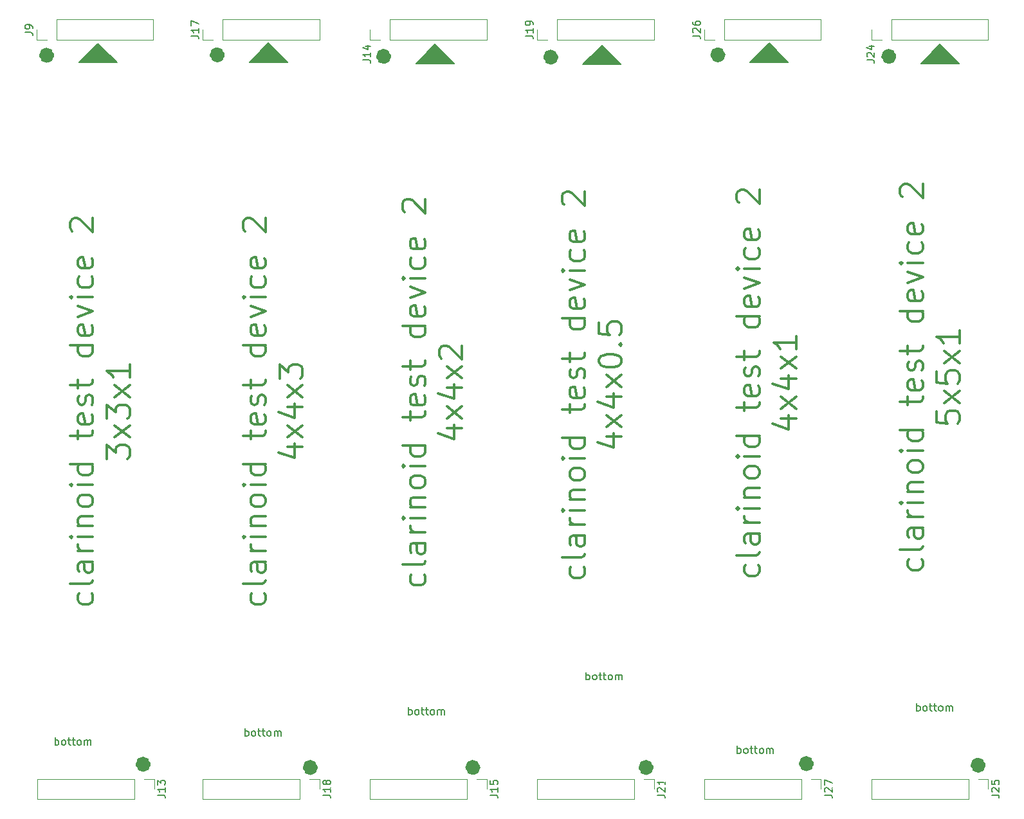
<source format=gbr>
%TF.GenerationSoftware,KiCad,Pcbnew,(6.0.5)*%
%TF.CreationDate,2022-08-12T20:52:04+02:00*%
%TF.ProjectId,clarinoid-devboard,636c6172-696e-46f6-9964-2d646576626f,rev?*%
%TF.SameCoordinates,Original*%
%TF.FileFunction,Legend,Top*%
%TF.FilePolarity,Positive*%
%FSLAX46Y46*%
G04 Gerber Fmt 4.6, Leading zero omitted, Abs format (unit mm)*
G04 Created by KiCad (PCBNEW (6.0.5)) date 2022-08-12 20:52:04*
%MOMM*%
%LPD*%
G01*
G04 APERTURE LIST*
%ADD10C,0.976388*%
%ADD11C,0.150000*%
%ADD12C,0.300000*%
%ADD13C,0.120000*%
%ADD14R,1.700000X1.700000*%
%ADD15O,1.700000X1.700000*%
%ADD16C,0.500000*%
%ADD17C,0.800000*%
G04 APERTURE END LIST*
D10*
X171725110Y-143272534D02*
G75*
G03*
X171725110Y-143272534I-488194J0D01*
G01*
D11*
G36*
X102938304Y-50872534D02*
G01*
X97938304Y-50872534D01*
X100438304Y-48372534D01*
X102938304Y-50872534D01*
G37*
X102938304Y-50872534D02*
X97938304Y-50872534D01*
X100438304Y-48372534D01*
X102938304Y-50872534D01*
G36*
X168838304Y-50872534D02*
G01*
X163838304Y-50872534D01*
X166338304Y-48372534D01*
X168838304Y-50872534D01*
G37*
X168838304Y-50872534D02*
X163838304Y-50872534D01*
X166338304Y-48372534D01*
X168838304Y-50872534D01*
D10*
X116078498Y-50121922D02*
G75*
G03*
X116078498Y-50121922I-488194J0D01*
G01*
X71726498Y-49973922D02*
G75*
G03*
X71726498Y-49973922I-488194J0D01*
G01*
X150625110Y-143772534D02*
G75*
G03*
X150625110Y-143772534I-488194J0D01*
G01*
D11*
G36*
X80486304Y-50924534D02*
G01*
X75486304Y-50924534D01*
X77986304Y-48424534D01*
X80486304Y-50924534D01*
G37*
X80486304Y-50924534D02*
X75486304Y-50924534D01*
X77986304Y-48424534D01*
X80486304Y-50924534D01*
G36*
X191338304Y-51072534D02*
G01*
X186338304Y-51072534D01*
X188838304Y-48572534D01*
X191338304Y-51072534D01*
G37*
X191338304Y-51072534D02*
X186338304Y-51072534D01*
X188838304Y-48572534D01*
X191338304Y-51072534D01*
D10*
X127825110Y-143772534D02*
G75*
G03*
X127825110Y-143772534I-488194J0D01*
G01*
D11*
G36*
X124838304Y-51072534D02*
G01*
X119838304Y-51072534D01*
X122338304Y-48572534D01*
X124838304Y-51072534D01*
G37*
X124838304Y-51072534D02*
X119838304Y-51072534D01*
X122338304Y-48572534D01*
X124838304Y-51072534D01*
G36*
X146838304Y-51172534D02*
G01*
X141838304Y-51172534D01*
X144338304Y-48672534D01*
X146838304Y-51172534D01*
G37*
X146838304Y-51172534D02*
X141838304Y-51172534D01*
X144338304Y-48672534D01*
X146838304Y-51172534D01*
D10*
X138078498Y-50221922D02*
G75*
G03*
X138078498Y-50221922I-488194J0D01*
G01*
X182578498Y-50121922D02*
G75*
G03*
X182578498Y-50121922I-488194J0D01*
G01*
X84425110Y-143350034D02*
G75*
G03*
X84425110Y-143350034I-488194J0D01*
G01*
X106425110Y-143772534D02*
G75*
G03*
X106425110Y-143772534I-488194J0D01*
G01*
X160078498Y-49921922D02*
G75*
G03*
X160078498Y-49921922I-488194J0D01*
G01*
X194325110Y-143472534D02*
G75*
G03*
X194325110Y-143472534I-488194J0D01*
G01*
X94178498Y-49921922D02*
G75*
G03*
X94178498Y-49921922I-488194J0D01*
G01*
D12*
X141938589Y-117350034D02*
X142081446Y-117635748D01*
X142081446Y-118207176D01*
X141938589Y-118492891D01*
X141795732Y-118635748D01*
X141510018Y-118778605D01*
X140652875Y-118778605D01*
X140367161Y-118635748D01*
X140224304Y-118492891D01*
X140081446Y-118207176D01*
X140081446Y-117635748D01*
X140224304Y-117350034D01*
X142081446Y-115635748D02*
X141938589Y-115921462D01*
X141652875Y-116064319D01*
X139081446Y-116064319D01*
X142081446Y-113207176D02*
X140510018Y-113207176D01*
X140224304Y-113350034D01*
X140081446Y-113635748D01*
X140081446Y-114207176D01*
X140224304Y-114492891D01*
X141938589Y-113207176D02*
X142081446Y-113492891D01*
X142081446Y-114207176D01*
X141938589Y-114492891D01*
X141652875Y-114635748D01*
X141367161Y-114635748D01*
X141081446Y-114492891D01*
X140938589Y-114207176D01*
X140938589Y-113492891D01*
X140795732Y-113207176D01*
X142081446Y-111778605D02*
X140081446Y-111778605D01*
X140652875Y-111778605D02*
X140367161Y-111635748D01*
X140224304Y-111492891D01*
X140081446Y-111207176D01*
X140081446Y-110921462D01*
X142081446Y-109921462D02*
X140081446Y-109921462D01*
X139081446Y-109921462D02*
X139224304Y-110064319D01*
X139367161Y-109921462D01*
X139224304Y-109778605D01*
X139081446Y-109921462D01*
X139367161Y-109921462D01*
X140081446Y-108492891D02*
X142081446Y-108492891D01*
X140367161Y-108492891D02*
X140224304Y-108350034D01*
X140081446Y-108064319D01*
X140081446Y-107635748D01*
X140224304Y-107350034D01*
X140510018Y-107207176D01*
X142081446Y-107207176D01*
X142081446Y-105350034D02*
X141938589Y-105635748D01*
X141795732Y-105778605D01*
X141510018Y-105921462D01*
X140652875Y-105921462D01*
X140367161Y-105778605D01*
X140224304Y-105635748D01*
X140081446Y-105350034D01*
X140081446Y-104921462D01*
X140224304Y-104635748D01*
X140367161Y-104492891D01*
X140652875Y-104350034D01*
X141510018Y-104350034D01*
X141795732Y-104492891D01*
X141938589Y-104635748D01*
X142081446Y-104921462D01*
X142081446Y-105350034D01*
X142081446Y-103064319D02*
X140081446Y-103064319D01*
X139081446Y-103064319D02*
X139224304Y-103207176D01*
X139367161Y-103064319D01*
X139224304Y-102921462D01*
X139081446Y-103064319D01*
X139367161Y-103064319D01*
X142081446Y-100350034D02*
X139081446Y-100350034D01*
X141938589Y-100350034D02*
X142081446Y-100635748D01*
X142081446Y-101207176D01*
X141938589Y-101492891D01*
X141795732Y-101635748D01*
X141510018Y-101778605D01*
X140652875Y-101778605D01*
X140367161Y-101635748D01*
X140224304Y-101492891D01*
X140081446Y-101207176D01*
X140081446Y-100635748D01*
X140224304Y-100350034D01*
X140081446Y-97064319D02*
X140081446Y-95921462D01*
X139081446Y-96635748D02*
X141652875Y-96635748D01*
X141938589Y-96492891D01*
X142081446Y-96207176D01*
X142081446Y-95921462D01*
X141938589Y-93778605D02*
X142081446Y-94064319D01*
X142081446Y-94635748D01*
X141938589Y-94921462D01*
X141652875Y-95064319D01*
X140510018Y-95064319D01*
X140224304Y-94921462D01*
X140081446Y-94635748D01*
X140081446Y-94064319D01*
X140224304Y-93778605D01*
X140510018Y-93635748D01*
X140795732Y-93635748D01*
X141081446Y-95064319D01*
X141938589Y-92492891D02*
X142081446Y-92207176D01*
X142081446Y-91635748D01*
X141938589Y-91350034D01*
X141652875Y-91207176D01*
X141510018Y-91207176D01*
X141224304Y-91350034D01*
X141081446Y-91635748D01*
X141081446Y-92064319D01*
X140938589Y-92350034D01*
X140652875Y-92492891D01*
X140510018Y-92492891D01*
X140224304Y-92350034D01*
X140081446Y-92064319D01*
X140081446Y-91635748D01*
X140224304Y-91350034D01*
X140081446Y-90350034D02*
X140081446Y-89207176D01*
X139081446Y-89921462D02*
X141652875Y-89921462D01*
X141938589Y-89778605D01*
X142081446Y-89492891D01*
X142081446Y-89207176D01*
X142081446Y-84635748D02*
X139081446Y-84635748D01*
X141938589Y-84635748D02*
X142081446Y-84921462D01*
X142081446Y-85492891D01*
X141938589Y-85778605D01*
X141795732Y-85921462D01*
X141510018Y-86064319D01*
X140652875Y-86064319D01*
X140367161Y-85921462D01*
X140224304Y-85778605D01*
X140081446Y-85492891D01*
X140081446Y-84921462D01*
X140224304Y-84635748D01*
X141938589Y-82064319D02*
X142081446Y-82350034D01*
X142081446Y-82921462D01*
X141938589Y-83207176D01*
X141652875Y-83350034D01*
X140510018Y-83350034D01*
X140224304Y-83207176D01*
X140081446Y-82921462D01*
X140081446Y-82350034D01*
X140224304Y-82064319D01*
X140510018Y-81921462D01*
X140795732Y-81921462D01*
X141081446Y-83350034D01*
X140081446Y-80921462D02*
X142081446Y-80207176D01*
X140081446Y-79492891D01*
X142081446Y-78350034D02*
X140081446Y-78350034D01*
X139081446Y-78350034D02*
X139224304Y-78492891D01*
X139367161Y-78350034D01*
X139224304Y-78207176D01*
X139081446Y-78350034D01*
X139367161Y-78350034D01*
X141938589Y-75635748D02*
X142081446Y-75921462D01*
X142081446Y-76492891D01*
X141938589Y-76778605D01*
X141795732Y-76921462D01*
X141510018Y-77064319D01*
X140652875Y-77064319D01*
X140367161Y-76921462D01*
X140224304Y-76778605D01*
X140081446Y-76492891D01*
X140081446Y-75921462D01*
X140224304Y-75635748D01*
X141938589Y-73207176D02*
X142081446Y-73492891D01*
X142081446Y-74064319D01*
X141938589Y-74350034D01*
X141652875Y-74492891D01*
X140510018Y-74492891D01*
X140224304Y-74350034D01*
X140081446Y-74064319D01*
X140081446Y-73492891D01*
X140224304Y-73207176D01*
X140510018Y-73064319D01*
X140795732Y-73064319D01*
X141081446Y-74492891D01*
X139367161Y-69635748D02*
X139224304Y-69492891D01*
X139081446Y-69207176D01*
X139081446Y-68492891D01*
X139224304Y-68207176D01*
X139367161Y-68064319D01*
X139652875Y-67921462D01*
X139938589Y-67921462D01*
X140367161Y-68064319D01*
X142081446Y-69778605D01*
X142081446Y-67921462D01*
X144911446Y-100207176D02*
X146911446Y-100207176D01*
X143768589Y-100921462D02*
X145911446Y-101635748D01*
X145911446Y-99778605D01*
X146911446Y-98921462D02*
X144911446Y-97350034D01*
X144911446Y-98921462D02*
X146911446Y-97350034D01*
X144911446Y-94921462D02*
X146911446Y-94921462D01*
X143768589Y-95635748D02*
X145911446Y-96350034D01*
X145911446Y-94492891D01*
X146911446Y-93635748D02*
X144911446Y-92064319D01*
X144911446Y-93635748D02*
X146911446Y-92064319D01*
X143911446Y-90350034D02*
X143911446Y-90064319D01*
X144054304Y-89778605D01*
X144197161Y-89635748D01*
X144482875Y-89492891D01*
X145054304Y-89350034D01*
X145768589Y-89350034D01*
X146340018Y-89492891D01*
X146625732Y-89635748D01*
X146768589Y-89778605D01*
X146911446Y-90064319D01*
X146911446Y-90350034D01*
X146768589Y-90635748D01*
X146625732Y-90778605D01*
X146340018Y-90921462D01*
X145768589Y-91064319D01*
X145054304Y-91064319D01*
X144482875Y-90921462D01*
X144197161Y-90778605D01*
X144054304Y-90635748D01*
X143911446Y-90350034D01*
X146625732Y-88064319D02*
X146768589Y-87921462D01*
X146911446Y-88064319D01*
X146768589Y-88207176D01*
X146625732Y-88064319D01*
X146911446Y-88064319D01*
X143911446Y-85207176D02*
X143911446Y-86635748D01*
X145340018Y-86778605D01*
X145197161Y-86635748D01*
X145054304Y-86350034D01*
X145054304Y-85635748D01*
X145197161Y-85350034D01*
X145340018Y-85207176D01*
X145625732Y-85064319D01*
X146340018Y-85064319D01*
X146625732Y-85207176D01*
X146768589Y-85350034D01*
X146911446Y-85635748D01*
X146911446Y-86350034D01*
X146768589Y-86635748D01*
X146625732Y-86778605D01*
X186438589Y-116350034D02*
X186581446Y-116635748D01*
X186581446Y-117207176D01*
X186438589Y-117492891D01*
X186295732Y-117635748D01*
X186010018Y-117778605D01*
X185152875Y-117778605D01*
X184867161Y-117635748D01*
X184724304Y-117492891D01*
X184581446Y-117207176D01*
X184581446Y-116635748D01*
X184724304Y-116350034D01*
X186581446Y-114635748D02*
X186438589Y-114921462D01*
X186152875Y-115064319D01*
X183581446Y-115064319D01*
X186581446Y-112207176D02*
X185010018Y-112207176D01*
X184724304Y-112350034D01*
X184581446Y-112635748D01*
X184581446Y-113207176D01*
X184724304Y-113492891D01*
X186438589Y-112207176D02*
X186581446Y-112492891D01*
X186581446Y-113207176D01*
X186438589Y-113492891D01*
X186152875Y-113635748D01*
X185867161Y-113635748D01*
X185581446Y-113492891D01*
X185438589Y-113207176D01*
X185438589Y-112492891D01*
X185295732Y-112207176D01*
X186581446Y-110778605D02*
X184581446Y-110778605D01*
X185152875Y-110778605D02*
X184867161Y-110635748D01*
X184724304Y-110492891D01*
X184581446Y-110207176D01*
X184581446Y-109921462D01*
X186581446Y-108921462D02*
X184581446Y-108921462D01*
X183581446Y-108921462D02*
X183724304Y-109064319D01*
X183867161Y-108921462D01*
X183724304Y-108778605D01*
X183581446Y-108921462D01*
X183867161Y-108921462D01*
X184581446Y-107492891D02*
X186581446Y-107492891D01*
X184867161Y-107492891D02*
X184724304Y-107350034D01*
X184581446Y-107064319D01*
X184581446Y-106635748D01*
X184724304Y-106350034D01*
X185010018Y-106207176D01*
X186581446Y-106207176D01*
X186581446Y-104350034D02*
X186438589Y-104635748D01*
X186295732Y-104778605D01*
X186010018Y-104921462D01*
X185152875Y-104921462D01*
X184867161Y-104778605D01*
X184724304Y-104635748D01*
X184581446Y-104350034D01*
X184581446Y-103921462D01*
X184724304Y-103635748D01*
X184867161Y-103492891D01*
X185152875Y-103350034D01*
X186010018Y-103350034D01*
X186295732Y-103492891D01*
X186438589Y-103635748D01*
X186581446Y-103921462D01*
X186581446Y-104350034D01*
X186581446Y-102064319D02*
X184581446Y-102064319D01*
X183581446Y-102064319D02*
X183724304Y-102207176D01*
X183867161Y-102064319D01*
X183724304Y-101921462D01*
X183581446Y-102064319D01*
X183867161Y-102064319D01*
X186581446Y-99350034D02*
X183581446Y-99350034D01*
X186438589Y-99350034D02*
X186581446Y-99635748D01*
X186581446Y-100207176D01*
X186438589Y-100492891D01*
X186295732Y-100635748D01*
X186010018Y-100778605D01*
X185152875Y-100778605D01*
X184867161Y-100635748D01*
X184724304Y-100492891D01*
X184581446Y-100207176D01*
X184581446Y-99635748D01*
X184724304Y-99350034D01*
X184581446Y-96064319D02*
X184581446Y-94921462D01*
X183581446Y-95635748D02*
X186152875Y-95635748D01*
X186438589Y-95492891D01*
X186581446Y-95207176D01*
X186581446Y-94921462D01*
X186438589Y-92778605D02*
X186581446Y-93064319D01*
X186581446Y-93635748D01*
X186438589Y-93921462D01*
X186152875Y-94064319D01*
X185010018Y-94064319D01*
X184724304Y-93921462D01*
X184581446Y-93635748D01*
X184581446Y-93064319D01*
X184724304Y-92778605D01*
X185010018Y-92635748D01*
X185295732Y-92635748D01*
X185581446Y-94064319D01*
X186438589Y-91492891D02*
X186581446Y-91207176D01*
X186581446Y-90635748D01*
X186438589Y-90350034D01*
X186152875Y-90207176D01*
X186010018Y-90207176D01*
X185724304Y-90350034D01*
X185581446Y-90635748D01*
X185581446Y-91064319D01*
X185438589Y-91350034D01*
X185152875Y-91492891D01*
X185010018Y-91492891D01*
X184724304Y-91350034D01*
X184581446Y-91064319D01*
X184581446Y-90635748D01*
X184724304Y-90350034D01*
X184581446Y-89350034D02*
X184581446Y-88207176D01*
X183581446Y-88921462D02*
X186152875Y-88921462D01*
X186438589Y-88778605D01*
X186581446Y-88492891D01*
X186581446Y-88207176D01*
X186581446Y-83635748D02*
X183581446Y-83635748D01*
X186438589Y-83635748D02*
X186581446Y-83921462D01*
X186581446Y-84492891D01*
X186438589Y-84778605D01*
X186295732Y-84921462D01*
X186010018Y-85064319D01*
X185152875Y-85064319D01*
X184867161Y-84921462D01*
X184724304Y-84778605D01*
X184581446Y-84492891D01*
X184581446Y-83921462D01*
X184724304Y-83635748D01*
X186438589Y-81064319D02*
X186581446Y-81350034D01*
X186581446Y-81921462D01*
X186438589Y-82207176D01*
X186152875Y-82350034D01*
X185010018Y-82350034D01*
X184724304Y-82207176D01*
X184581446Y-81921462D01*
X184581446Y-81350034D01*
X184724304Y-81064319D01*
X185010018Y-80921462D01*
X185295732Y-80921462D01*
X185581446Y-82350034D01*
X184581446Y-79921462D02*
X186581446Y-79207176D01*
X184581446Y-78492891D01*
X186581446Y-77350034D02*
X184581446Y-77350034D01*
X183581446Y-77350034D02*
X183724304Y-77492891D01*
X183867161Y-77350034D01*
X183724304Y-77207176D01*
X183581446Y-77350034D01*
X183867161Y-77350034D01*
X186438589Y-74635748D02*
X186581446Y-74921462D01*
X186581446Y-75492891D01*
X186438589Y-75778605D01*
X186295732Y-75921462D01*
X186010018Y-76064319D01*
X185152875Y-76064319D01*
X184867161Y-75921462D01*
X184724304Y-75778605D01*
X184581446Y-75492891D01*
X184581446Y-74921462D01*
X184724304Y-74635748D01*
X186438589Y-72207176D02*
X186581446Y-72492891D01*
X186581446Y-73064319D01*
X186438589Y-73350034D01*
X186152875Y-73492891D01*
X185010018Y-73492891D01*
X184724304Y-73350034D01*
X184581446Y-73064319D01*
X184581446Y-72492891D01*
X184724304Y-72207176D01*
X185010018Y-72064319D01*
X185295732Y-72064319D01*
X185581446Y-73492891D01*
X183867161Y-68635748D02*
X183724304Y-68492891D01*
X183581446Y-68207176D01*
X183581446Y-67492891D01*
X183724304Y-67207176D01*
X183867161Y-67064319D01*
X184152875Y-66921462D01*
X184438589Y-66921462D01*
X184867161Y-67064319D01*
X186581446Y-68778605D01*
X186581446Y-66921462D01*
X188411446Y-96921462D02*
X188411446Y-98350034D01*
X189840018Y-98492891D01*
X189697161Y-98350034D01*
X189554304Y-98064319D01*
X189554304Y-97350034D01*
X189697161Y-97064319D01*
X189840018Y-96921462D01*
X190125732Y-96778605D01*
X190840018Y-96778605D01*
X191125732Y-96921462D01*
X191268589Y-97064319D01*
X191411446Y-97350034D01*
X191411446Y-98064319D01*
X191268589Y-98350034D01*
X191125732Y-98492891D01*
X191411446Y-95778605D02*
X189411446Y-94207176D01*
X189411446Y-95778605D02*
X191411446Y-94207176D01*
X188411446Y-91635748D02*
X188411446Y-93064319D01*
X189840018Y-93207176D01*
X189697161Y-93064319D01*
X189554304Y-92778605D01*
X189554304Y-92064319D01*
X189697161Y-91778605D01*
X189840018Y-91635748D01*
X190125732Y-91492891D01*
X190840018Y-91492891D01*
X191125732Y-91635748D01*
X191268589Y-91778605D01*
X191411446Y-92064319D01*
X191411446Y-92778605D01*
X191268589Y-93064319D01*
X191125732Y-93207176D01*
X191411446Y-90492891D02*
X189411446Y-88921462D01*
X189411446Y-90492891D02*
X191411446Y-88921462D01*
X191411446Y-86207176D02*
X191411446Y-87921462D01*
X191411446Y-87064319D02*
X188411446Y-87064319D01*
X188840018Y-87350034D01*
X189125732Y-87635748D01*
X189268589Y-87921462D01*
D11*
X72352161Y-140826414D02*
X72352161Y-139826414D01*
X72352161Y-140207367D02*
X72447399Y-140159748D01*
X72637875Y-140159748D01*
X72733113Y-140207367D01*
X72780732Y-140254986D01*
X72828351Y-140350224D01*
X72828351Y-140635938D01*
X72780732Y-140731176D01*
X72733113Y-140778795D01*
X72637875Y-140826414D01*
X72447399Y-140826414D01*
X72352161Y-140778795D01*
X73399780Y-140826414D02*
X73304542Y-140778795D01*
X73256923Y-140731176D01*
X73209304Y-140635938D01*
X73209304Y-140350224D01*
X73256923Y-140254986D01*
X73304542Y-140207367D01*
X73399780Y-140159748D01*
X73542637Y-140159748D01*
X73637875Y-140207367D01*
X73685494Y-140254986D01*
X73733113Y-140350224D01*
X73733113Y-140635938D01*
X73685494Y-140731176D01*
X73637875Y-140778795D01*
X73542637Y-140826414D01*
X73399780Y-140826414D01*
X74018827Y-140159748D02*
X74399780Y-140159748D01*
X74161684Y-139826414D02*
X74161684Y-140683557D01*
X74209304Y-140778795D01*
X74304542Y-140826414D01*
X74399780Y-140826414D01*
X74590256Y-140159748D02*
X74971208Y-140159748D01*
X74733113Y-139826414D02*
X74733113Y-140683557D01*
X74780732Y-140778795D01*
X74875970Y-140826414D01*
X74971208Y-140826414D01*
X75447399Y-140826414D02*
X75352161Y-140778795D01*
X75304542Y-140731176D01*
X75256923Y-140635938D01*
X75256923Y-140350224D01*
X75304542Y-140254986D01*
X75352161Y-140207367D01*
X75447399Y-140159748D01*
X75590256Y-140159748D01*
X75685494Y-140207367D01*
X75733113Y-140254986D01*
X75780732Y-140350224D01*
X75780732Y-140635938D01*
X75733113Y-140731176D01*
X75685494Y-140778795D01*
X75590256Y-140826414D01*
X75447399Y-140826414D01*
X76209304Y-140826414D02*
X76209304Y-140159748D01*
X76209304Y-140254986D02*
X76256923Y-140207367D01*
X76352161Y-140159748D01*
X76495018Y-140159748D01*
X76590256Y-140207367D01*
X76637875Y-140302605D01*
X76637875Y-140826414D01*
X76637875Y-140302605D02*
X76685494Y-140207367D01*
X76780732Y-140159748D01*
X76923589Y-140159748D01*
X77018827Y-140207367D01*
X77066446Y-140302605D01*
X77066446Y-140826414D01*
X97352161Y-139626414D02*
X97352161Y-138626414D01*
X97352161Y-139007367D02*
X97447399Y-138959748D01*
X97637875Y-138959748D01*
X97733113Y-139007367D01*
X97780732Y-139054986D01*
X97828351Y-139150224D01*
X97828351Y-139435938D01*
X97780732Y-139531176D01*
X97733113Y-139578795D01*
X97637875Y-139626414D01*
X97447399Y-139626414D01*
X97352161Y-139578795D01*
X98399780Y-139626414D02*
X98304542Y-139578795D01*
X98256923Y-139531176D01*
X98209304Y-139435938D01*
X98209304Y-139150224D01*
X98256923Y-139054986D01*
X98304542Y-139007367D01*
X98399780Y-138959748D01*
X98542637Y-138959748D01*
X98637875Y-139007367D01*
X98685494Y-139054986D01*
X98733113Y-139150224D01*
X98733113Y-139435938D01*
X98685494Y-139531176D01*
X98637875Y-139578795D01*
X98542637Y-139626414D01*
X98399780Y-139626414D01*
X99018827Y-138959748D02*
X99399780Y-138959748D01*
X99161684Y-138626414D02*
X99161684Y-139483557D01*
X99209304Y-139578795D01*
X99304542Y-139626414D01*
X99399780Y-139626414D01*
X99590256Y-138959748D02*
X99971208Y-138959748D01*
X99733113Y-138626414D02*
X99733113Y-139483557D01*
X99780732Y-139578795D01*
X99875970Y-139626414D01*
X99971208Y-139626414D01*
X100447399Y-139626414D02*
X100352161Y-139578795D01*
X100304542Y-139531176D01*
X100256923Y-139435938D01*
X100256923Y-139150224D01*
X100304542Y-139054986D01*
X100352161Y-139007367D01*
X100447399Y-138959748D01*
X100590256Y-138959748D01*
X100685494Y-139007367D01*
X100733113Y-139054986D01*
X100780732Y-139150224D01*
X100780732Y-139435938D01*
X100733113Y-139531176D01*
X100685494Y-139578795D01*
X100590256Y-139626414D01*
X100447399Y-139626414D01*
X101209304Y-139626414D02*
X101209304Y-138959748D01*
X101209304Y-139054986D02*
X101256923Y-139007367D01*
X101352161Y-138959748D01*
X101495018Y-138959748D01*
X101590256Y-139007367D01*
X101637875Y-139102605D01*
X101637875Y-139626414D01*
X101637875Y-139102605D02*
X101685494Y-139007367D01*
X101780732Y-138959748D01*
X101923589Y-138959748D01*
X102018827Y-139007367D01*
X102066446Y-139102605D01*
X102066446Y-139626414D01*
X142252161Y-132226414D02*
X142252161Y-131226414D01*
X142252161Y-131607367D02*
X142347399Y-131559748D01*
X142537875Y-131559748D01*
X142633113Y-131607367D01*
X142680732Y-131654986D01*
X142728351Y-131750224D01*
X142728351Y-132035938D01*
X142680732Y-132131176D01*
X142633113Y-132178795D01*
X142537875Y-132226414D01*
X142347399Y-132226414D01*
X142252161Y-132178795D01*
X143299780Y-132226414D02*
X143204542Y-132178795D01*
X143156923Y-132131176D01*
X143109304Y-132035938D01*
X143109304Y-131750224D01*
X143156923Y-131654986D01*
X143204542Y-131607367D01*
X143299780Y-131559748D01*
X143442637Y-131559748D01*
X143537875Y-131607367D01*
X143585494Y-131654986D01*
X143633113Y-131750224D01*
X143633113Y-132035938D01*
X143585494Y-132131176D01*
X143537875Y-132178795D01*
X143442637Y-132226414D01*
X143299780Y-132226414D01*
X143918827Y-131559748D02*
X144299780Y-131559748D01*
X144061684Y-131226414D02*
X144061684Y-132083557D01*
X144109304Y-132178795D01*
X144204542Y-132226414D01*
X144299780Y-132226414D01*
X144490256Y-131559748D02*
X144871208Y-131559748D01*
X144633113Y-131226414D02*
X144633113Y-132083557D01*
X144680732Y-132178795D01*
X144775970Y-132226414D01*
X144871208Y-132226414D01*
X145347399Y-132226414D02*
X145252161Y-132178795D01*
X145204542Y-132131176D01*
X145156923Y-132035938D01*
X145156923Y-131750224D01*
X145204542Y-131654986D01*
X145252161Y-131607367D01*
X145347399Y-131559748D01*
X145490256Y-131559748D01*
X145585494Y-131607367D01*
X145633113Y-131654986D01*
X145680732Y-131750224D01*
X145680732Y-132035938D01*
X145633113Y-132131176D01*
X145585494Y-132178795D01*
X145490256Y-132226414D01*
X145347399Y-132226414D01*
X146109304Y-132226414D02*
X146109304Y-131559748D01*
X146109304Y-131654986D02*
X146156923Y-131607367D01*
X146252161Y-131559748D01*
X146395018Y-131559748D01*
X146490256Y-131607367D01*
X146537875Y-131702605D01*
X146537875Y-132226414D01*
X146537875Y-131702605D02*
X146585494Y-131607367D01*
X146680732Y-131559748D01*
X146823589Y-131559748D01*
X146918827Y-131607367D01*
X146966446Y-131702605D01*
X146966446Y-132226414D01*
D12*
X99938589Y-120850034D02*
X100081446Y-121135748D01*
X100081446Y-121707176D01*
X99938589Y-121992891D01*
X99795732Y-122135748D01*
X99510018Y-122278605D01*
X98652875Y-122278605D01*
X98367161Y-122135748D01*
X98224304Y-121992891D01*
X98081446Y-121707176D01*
X98081446Y-121135748D01*
X98224304Y-120850034D01*
X100081446Y-119135748D02*
X99938589Y-119421462D01*
X99652875Y-119564319D01*
X97081446Y-119564319D01*
X100081446Y-116707176D02*
X98510018Y-116707176D01*
X98224304Y-116850034D01*
X98081446Y-117135748D01*
X98081446Y-117707176D01*
X98224304Y-117992891D01*
X99938589Y-116707176D02*
X100081446Y-116992891D01*
X100081446Y-117707176D01*
X99938589Y-117992891D01*
X99652875Y-118135748D01*
X99367161Y-118135748D01*
X99081446Y-117992891D01*
X98938589Y-117707176D01*
X98938589Y-116992891D01*
X98795732Y-116707176D01*
X100081446Y-115278605D02*
X98081446Y-115278605D01*
X98652875Y-115278605D02*
X98367161Y-115135748D01*
X98224304Y-114992891D01*
X98081446Y-114707176D01*
X98081446Y-114421462D01*
X100081446Y-113421462D02*
X98081446Y-113421462D01*
X97081446Y-113421462D02*
X97224304Y-113564319D01*
X97367161Y-113421462D01*
X97224304Y-113278605D01*
X97081446Y-113421462D01*
X97367161Y-113421462D01*
X98081446Y-111992891D02*
X100081446Y-111992891D01*
X98367161Y-111992891D02*
X98224304Y-111850034D01*
X98081446Y-111564319D01*
X98081446Y-111135748D01*
X98224304Y-110850034D01*
X98510018Y-110707176D01*
X100081446Y-110707176D01*
X100081446Y-108850034D02*
X99938589Y-109135748D01*
X99795732Y-109278605D01*
X99510018Y-109421462D01*
X98652875Y-109421462D01*
X98367161Y-109278605D01*
X98224304Y-109135748D01*
X98081446Y-108850034D01*
X98081446Y-108421462D01*
X98224304Y-108135748D01*
X98367161Y-107992891D01*
X98652875Y-107850034D01*
X99510018Y-107850034D01*
X99795732Y-107992891D01*
X99938589Y-108135748D01*
X100081446Y-108421462D01*
X100081446Y-108850034D01*
X100081446Y-106564319D02*
X98081446Y-106564319D01*
X97081446Y-106564319D02*
X97224304Y-106707176D01*
X97367161Y-106564319D01*
X97224304Y-106421462D01*
X97081446Y-106564319D01*
X97367161Y-106564319D01*
X100081446Y-103850034D02*
X97081446Y-103850034D01*
X99938589Y-103850034D02*
X100081446Y-104135748D01*
X100081446Y-104707176D01*
X99938589Y-104992891D01*
X99795732Y-105135748D01*
X99510018Y-105278605D01*
X98652875Y-105278605D01*
X98367161Y-105135748D01*
X98224304Y-104992891D01*
X98081446Y-104707176D01*
X98081446Y-104135748D01*
X98224304Y-103850034D01*
X98081446Y-100564319D02*
X98081446Y-99421462D01*
X97081446Y-100135748D02*
X99652875Y-100135748D01*
X99938589Y-99992891D01*
X100081446Y-99707176D01*
X100081446Y-99421462D01*
X99938589Y-97278605D02*
X100081446Y-97564319D01*
X100081446Y-98135748D01*
X99938589Y-98421462D01*
X99652875Y-98564319D01*
X98510018Y-98564319D01*
X98224304Y-98421462D01*
X98081446Y-98135748D01*
X98081446Y-97564319D01*
X98224304Y-97278605D01*
X98510018Y-97135748D01*
X98795732Y-97135748D01*
X99081446Y-98564319D01*
X99938589Y-95992891D02*
X100081446Y-95707176D01*
X100081446Y-95135748D01*
X99938589Y-94850034D01*
X99652875Y-94707176D01*
X99510018Y-94707176D01*
X99224304Y-94850034D01*
X99081446Y-95135748D01*
X99081446Y-95564319D01*
X98938589Y-95850034D01*
X98652875Y-95992891D01*
X98510018Y-95992891D01*
X98224304Y-95850034D01*
X98081446Y-95564319D01*
X98081446Y-95135748D01*
X98224304Y-94850034D01*
X98081446Y-93850034D02*
X98081446Y-92707176D01*
X97081446Y-93421462D02*
X99652875Y-93421462D01*
X99938589Y-93278605D01*
X100081446Y-92992891D01*
X100081446Y-92707176D01*
X100081446Y-88135748D02*
X97081446Y-88135748D01*
X99938589Y-88135748D02*
X100081446Y-88421462D01*
X100081446Y-88992891D01*
X99938589Y-89278605D01*
X99795732Y-89421462D01*
X99510018Y-89564319D01*
X98652875Y-89564319D01*
X98367161Y-89421462D01*
X98224304Y-89278605D01*
X98081446Y-88992891D01*
X98081446Y-88421462D01*
X98224304Y-88135748D01*
X99938589Y-85564319D02*
X100081446Y-85850034D01*
X100081446Y-86421462D01*
X99938589Y-86707176D01*
X99652875Y-86850034D01*
X98510018Y-86850034D01*
X98224304Y-86707176D01*
X98081446Y-86421462D01*
X98081446Y-85850034D01*
X98224304Y-85564319D01*
X98510018Y-85421462D01*
X98795732Y-85421462D01*
X99081446Y-86850034D01*
X98081446Y-84421462D02*
X100081446Y-83707176D01*
X98081446Y-82992891D01*
X100081446Y-81850034D02*
X98081446Y-81850034D01*
X97081446Y-81850034D02*
X97224304Y-81992891D01*
X97367161Y-81850034D01*
X97224304Y-81707176D01*
X97081446Y-81850034D01*
X97367161Y-81850034D01*
X99938589Y-79135748D02*
X100081446Y-79421462D01*
X100081446Y-79992891D01*
X99938589Y-80278605D01*
X99795732Y-80421462D01*
X99510018Y-80564319D01*
X98652875Y-80564319D01*
X98367161Y-80421462D01*
X98224304Y-80278605D01*
X98081446Y-79992891D01*
X98081446Y-79421462D01*
X98224304Y-79135748D01*
X99938589Y-76707176D02*
X100081446Y-76992891D01*
X100081446Y-77564319D01*
X99938589Y-77850034D01*
X99652875Y-77992891D01*
X98510018Y-77992891D01*
X98224304Y-77850034D01*
X98081446Y-77564319D01*
X98081446Y-76992891D01*
X98224304Y-76707176D01*
X98510018Y-76564319D01*
X98795732Y-76564319D01*
X99081446Y-77992891D01*
X97367161Y-73135748D02*
X97224304Y-72992891D01*
X97081446Y-72707176D01*
X97081446Y-71992891D01*
X97224304Y-71707176D01*
X97367161Y-71564319D01*
X97652875Y-71421462D01*
X97938589Y-71421462D01*
X98367161Y-71564319D01*
X100081446Y-73278605D01*
X100081446Y-71421462D01*
X102911446Y-101564319D02*
X104911446Y-101564319D01*
X101768589Y-102278605D02*
X103911446Y-102992891D01*
X103911446Y-101135748D01*
X104911446Y-100278605D02*
X102911446Y-98707176D01*
X102911446Y-100278605D02*
X104911446Y-98707176D01*
X102911446Y-96278605D02*
X104911446Y-96278605D01*
X101768589Y-96992891D02*
X103911446Y-97707176D01*
X103911446Y-95850034D01*
X104911446Y-94992891D02*
X102911446Y-93421462D01*
X102911446Y-94992891D02*
X104911446Y-93421462D01*
X101911446Y-92564319D02*
X101911446Y-90707176D01*
X103054304Y-91707176D01*
X103054304Y-91278605D01*
X103197161Y-90992891D01*
X103340018Y-90850034D01*
X103625732Y-90707176D01*
X104340018Y-90707176D01*
X104625732Y-90850034D01*
X104768589Y-90992891D01*
X104911446Y-91278605D01*
X104911446Y-92135748D01*
X104768589Y-92421462D01*
X104625732Y-92564319D01*
D11*
X185752161Y-136326414D02*
X185752161Y-135326414D01*
X185752161Y-135707367D02*
X185847399Y-135659748D01*
X186037875Y-135659748D01*
X186133113Y-135707367D01*
X186180732Y-135754986D01*
X186228351Y-135850224D01*
X186228351Y-136135938D01*
X186180732Y-136231176D01*
X186133113Y-136278795D01*
X186037875Y-136326414D01*
X185847399Y-136326414D01*
X185752161Y-136278795D01*
X186799780Y-136326414D02*
X186704542Y-136278795D01*
X186656923Y-136231176D01*
X186609304Y-136135938D01*
X186609304Y-135850224D01*
X186656923Y-135754986D01*
X186704542Y-135707367D01*
X186799780Y-135659748D01*
X186942637Y-135659748D01*
X187037875Y-135707367D01*
X187085494Y-135754986D01*
X187133113Y-135850224D01*
X187133113Y-136135938D01*
X187085494Y-136231176D01*
X187037875Y-136278795D01*
X186942637Y-136326414D01*
X186799780Y-136326414D01*
X187418827Y-135659748D02*
X187799780Y-135659748D01*
X187561684Y-135326414D02*
X187561684Y-136183557D01*
X187609304Y-136278795D01*
X187704542Y-136326414D01*
X187799780Y-136326414D01*
X187990256Y-135659748D02*
X188371208Y-135659748D01*
X188133113Y-135326414D02*
X188133113Y-136183557D01*
X188180732Y-136278795D01*
X188275970Y-136326414D01*
X188371208Y-136326414D01*
X188847399Y-136326414D02*
X188752161Y-136278795D01*
X188704542Y-136231176D01*
X188656923Y-136135938D01*
X188656923Y-135850224D01*
X188704542Y-135754986D01*
X188752161Y-135707367D01*
X188847399Y-135659748D01*
X188990256Y-135659748D01*
X189085494Y-135707367D01*
X189133113Y-135754986D01*
X189180732Y-135850224D01*
X189180732Y-136135938D01*
X189133113Y-136231176D01*
X189085494Y-136278795D01*
X188990256Y-136326414D01*
X188847399Y-136326414D01*
X189609304Y-136326414D02*
X189609304Y-135659748D01*
X189609304Y-135754986D02*
X189656923Y-135707367D01*
X189752161Y-135659748D01*
X189895018Y-135659748D01*
X189990256Y-135707367D01*
X190037875Y-135802605D01*
X190037875Y-136326414D01*
X190037875Y-135802605D02*
X190085494Y-135707367D01*
X190180732Y-135659748D01*
X190323589Y-135659748D01*
X190418827Y-135707367D01*
X190466446Y-135802605D01*
X190466446Y-136326414D01*
D12*
X164938589Y-117100034D02*
X165081446Y-117385748D01*
X165081446Y-117957176D01*
X164938589Y-118242891D01*
X164795732Y-118385748D01*
X164510018Y-118528605D01*
X163652875Y-118528605D01*
X163367161Y-118385748D01*
X163224304Y-118242891D01*
X163081446Y-117957176D01*
X163081446Y-117385748D01*
X163224304Y-117100034D01*
X165081446Y-115385748D02*
X164938589Y-115671462D01*
X164652875Y-115814319D01*
X162081446Y-115814319D01*
X165081446Y-112957176D02*
X163510018Y-112957176D01*
X163224304Y-113100034D01*
X163081446Y-113385748D01*
X163081446Y-113957176D01*
X163224304Y-114242891D01*
X164938589Y-112957176D02*
X165081446Y-113242891D01*
X165081446Y-113957176D01*
X164938589Y-114242891D01*
X164652875Y-114385748D01*
X164367161Y-114385748D01*
X164081446Y-114242891D01*
X163938589Y-113957176D01*
X163938589Y-113242891D01*
X163795732Y-112957176D01*
X165081446Y-111528605D02*
X163081446Y-111528605D01*
X163652875Y-111528605D02*
X163367161Y-111385748D01*
X163224304Y-111242891D01*
X163081446Y-110957176D01*
X163081446Y-110671462D01*
X165081446Y-109671462D02*
X163081446Y-109671462D01*
X162081446Y-109671462D02*
X162224304Y-109814319D01*
X162367161Y-109671462D01*
X162224304Y-109528605D01*
X162081446Y-109671462D01*
X162367161Y-109671462D01*
X163081446Y-108242891D02*
X165081446Y-108242891D01*
X163367161Y-108242891D02*
X163224304Y-108100034D01*
X163081446Y-107814319D01*
X163081446Y-107385748D01*
X163224304Y-107100034D01*
X163510018Y-106957176D01*
X165081446Y-106957176D01*
X165081446Y-105100034D02*
X164938589Y-105385748D01*
X164795732Y-105528605D01*
X164510018Y-105671462D01*
X163652875Y-105671462D01*
X163367161Y-105528605D01*
X163224304Y-105385748D01*
X163081446Y-105100034D01*
X163081446Y-104671462D01*
X163224304Y-104385748D01*
X163367161Y-104242891D01*
X163652875Y-104100034D01*
X164510018Y-104100034D01*
X164795732Y-104242891D01*
X164938589Y-104385748D01*
X165081446Y-104671462D01*
X165081446Y-105100034D01*
X165081446Y-102814319D02*
X163081446Y-102814319D01*
X162081446Y-102814319D02*
X162224304Y-102957176D01*
X162367161Y-102814319D01*
X162224304Y-102671462D01*
X162081446Y-102814319D01*
X162367161Y-102814319D01*
X165081446Y-100100034D02*
X162081446Y-100100034D01*
X164938589Y-100100034D02*
X165081446Y-100385748D01*
X165081446Y-100957176D01*
X164938589Y-101242891D01*
X164795732Y-101385748D01*
X164510018Y-101528605D01*
X163652875Y-101528605D01*
X163367161Y-101385748D01*
X163224304Y-101242891D01*
X163081446Y-100957176D01*
X163081446Y-100385748D01*
X163224304Y-100100034D01*
X163081446Y-96814319D02*
X163081446Y-95671462D01*
X162081446Y-96385748D02*
X164652875Y-96385748D01*
X164938589Y-96242891D01*
X165081446Y-95957176D01*
X165081446Y-95671462D01*
X164938589Y-93528605D02*
X165081446Y-93814319D01*
X165081446Y-94385748D01*
X164938589Y-94671462D01*
X164652875Y-94814319D01*
X163510018Y-94814319D01*
X163224304Y-94671462D01*
X163081446Y-94385748D01*
X163081446Y-93814319D01*
X163224304Y-93528605D01*
X163510018Y-93385748D01*
X163795732Y-93385748D01*
X164081446Y-94814319D01*
X164938589Y-92242891D02*
X165081446Y-91957176D01*
X165081446Y-91385748D01*
X164938589Y-91100034D01*
X164652875Y-90957176D01*
X164510018Y-90957176D01*
X164224304Y-91100034D01*
X164081446Y-91385748D01*
X164081446Y-91814319D01*
X163938589Y-92100034D01*
X163652875Y-92242891D01*
X163510018Y-92242891D01*
X163224304Y-92100034D01*
X163081446Y-91814319D01*
X163081446Y-91385748D01*
X163224304Y-91100034D01*
X163081446Y-90100034D02*
X163081446Y-88957176D01*
X162081446Y-89671462D02*
X164652875Y-89671462D01*
X164938589Y-89528605D01*
X165081446Y-89242891D01*
X165081446Y-88957176D01*
X165081446Y-84385748D02*
X162081446Y-84385748D01*
X164938589Y-84385748D02*
X165081446Y-84671462D01*
X165081446Y-85242891D01*
X164938589Y-85528605D01*
X164795732Y-85671462D01*
X164510018Y-85814319D01*
X163652875Y-85814319D01*
X163367161Y-85671462D01*
X163224304Y-85528605D01*
X163081446Y-85242891D01*
X163081446Y-84671462D01*
X163224304Y-84385748D01*
X164938589Y-81814319D02*
X165081446Y-82100034D01*
X165081446Y-82671462D01*
X164938589Y-82957176D01*
X164652875Y-83100034D01*
X163510018Y-83100034D01*
X163224304Y-82957176D01*
X163081446Y-82671462D01*
X163081446Y-82100034D01*
X163224304Y-81814319D01*
X163510018Y-81671462D01*
X163795732Y-81671462D01*
X164081446Y-83100034D01*
X163081446Y-80671462D02*
X165081446Y-79957176D01*
X163081446Y-79242891D01*
X165081446Y-78100034D02*
X163081446Y-78100034D01*
X162081446Y-78100034D02*
X162224304Y-78242891D01*
X162367161Y-78100034D01*
X162224304Y-77957176D01*
X162081446Y-78100034D01*
X162367161Y-78100034D01*
X164938589Y-75385748D02*
X165081446Y-75671462D01*
X165081446Y-76242891D01*
X164938589Y-76528605D01*
X164795732Y-76671462D01*
X164510018Y-76814319D01*
X163652875Y-76814319D01*
X163367161Y-76671462D01*
X163224304Y-76528605D01*
X163081446Y-76242891D01*
X163081446Y-75671462D01*
X163224304Y-75385748D01*
X164938589Y-72957176D02*
X165081446Y-73242891D01*
X165081446Y-73814319D01*
X164938589Y-74100034D01*
X164652875Y-74242891D01*
X163510018Y-74242891D01*
X163224304Y-74100034D01*
X163081446Y-73814319D01*
X163081446Y-73242891D01*
X163224304Y-72957176D01*
X163510018Y-72814319D01*
X163795732Y-72814319D01*
X164081446Y-74242891D01*
X162367161Y-69385748D02*
X162224304Y-69242891D01*
X162081446Y-68957176D01*
X162081446Y-68242891D01*
X162224304Y-67957176D01*
X162367161Y-67814319D01*
X162652875Y-67671462D01*
X162938589Y-67671462D01*
X163367161Y-67814319D01*
X165081446Y-69528605D01*
X165081446Y-67671462D01*
X167911446Y-97814319D02*
X169911446Y-97814319D01*
X166768589Y-98528605D02*
X168911446Y-99242891D01*
X168911446Y-97385748D01*
X169911446Y-96528605D02*
X167911446Y-94957176D01*
X167911446Y-96528605D02*
X169911446Y-94957176D01*
X167911446Y-92528605D02*
X169911446Y-92528605D01*
X166768589Y-93242891D02*
X168911446Y-93957176D01*
X168911446Y-92100034D01*
X169911446Y-91242891D02*
X167911446Y-89671462D01*
X167911446Y-91242891D02*
X169911446Y-89671462D01*
X169911446Y-86957176D02*
X169911446Y-88671462D01*
X169911446Y-87814319D02*
X166911446Y-87814319D01*
X167340018Y-88100034D01*
X167625732Y-88385748D01*
X167768589Y-88671462D01*
D11*
X162152161Y-141926414D02*
X162152161Y-140926414D01*
X162152161Y-141307367D02*
X162247399Y-141259748D01*
X162437875Y-141259748D01*
X162533113Y-141307367D01*
X162580732Y-141354986D01*
X162628351Y-141450224D01*
X162628351Y-141735938D01*
X162580732Y-141831176D01*
X162533113Y-141878795D01*
X162437875Y-141926414D01*
X162247399Y-141926414D01*
X162152161Y-141878795D01*
X163199780Y-141926414D02*
X163104542Y-141878795D01*
X163056923Y-141831176D01*
X163009304Y-141735938D01*
X163009304Y-141450224D01*
X163056923Y-141354986D01*
X163104542Y-141307367D01*
X163199780Y-141259748D01*
X163342637Y-141259748D01*
X163437875Y-141307367D01*
X163485494Y-141354986D01*
X163533113Y-141450224D01*
X163533113Y-141735938D01*
X163485494Y-141831176D01*
X163437875Y-141878795D01*
X163342637Y-141926414D01*
X163199780Y-141926414D01*
X163818827Y-141259748D02*
X164199780Y-141259748D01*
X163961684Y-140926414D02*
X163961684Y-141783557D01*
X164009304Y-141878795D01*
X164104542Y-141926414D01*
X164199780Y-141926414D01*
X164390256Y-141259748D02*
X164771208Y-141259748D01*
X164533113Y-140926414D02*
X164533113Y-141783557D01*
X164580732Y-141878795D01*
X164675970Y-141926414D01*
X164771208Y-141926414D01*
X165247399Y-141926414D02*
X165152161Y-141878795D01*
X165104542Y-141831176D01*
X165056923Y-141735938D01*
X165056923Y-141450224D01*
X165104542Y-141354986D01*
X165152161Y-141307367D01*
X165247399Y-141259748D01*
X165390256Y-141259748D01*
X165485494Y-141307367D01*
X165533113Y-141354986D01*
X165580732Y-141450224D01*
X165580732Y-141735938D01*
X165533113Y-141831176D01*
X165485494Y-141878795D01*
X165390256Y-141926414D01*
X165247399Y-141926414D01*
X166009304Y-141926414D02*
X166009304Y-141259748D01*
X166009304Y-141354986D02*
X166056923Y-141307367D01*
X166152161Y-141259748D01*
X166295018Y-141259748D01*
X166390256Y-141307367D01*
X166437875Y-141402605D01*
X166437875Y-141926414D01*
X166437875Y-141402605D02*
X166485494Y-141307367D01*
X166580732Y-141259748D01*
X166723589Y-141259748D01*
X166818827Y-141307367D01*
X166866446Y-141402605D01*
X166866446Y-141926414D01*
D12*
X77188589Y-120850034D02*
X77331446Y-121135748D01*
X77331446Y-121707176D01*
X77188589Y-121992891D01*
X77045732Y-122135748D01*
X76760018Y-122278605D01*
X75902875Y-122278605D01*
X75617161Y-122135748D01*
X75474304Y-121992891D01*
X75331446Y-121707176D01*
X75331446Y-121135748D01*
X75474304Y-120850034D01*
X77331446Y-119135748D02*
X77188589Y-119421462D01*
X76902875Y-119564319D01*
X74331446Y-119564319D01*
X77331446Y-116707176D02*
X75760018Y-116707176D01*
X75474304Y-116850034D01*
X75331446Y-117135748D01*
X75331446Y-117707176D01*
X75474304Y-117992891D01*
X77188589Y-116707176D02*
X77331446Y-116992891D01*
X77331446Y-117707176D01*
X77188589Y-117992891D01*
X76902875Y-118135748D01*
X76617161Y-118135748D01*
X76331446Y-117992891D01*
X76188589Y-117707176D01*
X76188589Y-116992891D01*
X76045732Y-116707176D01*
X77331446Y-115278605D02*
X75331446Y-115278605D01*
X75902875Y-115278605D02*
X75617161Y-115135748D01*
X75474304Y-114992891D01*
X75331446Y-114707176D01*
X75331446Y-114421462D01*
X77331446Y-113421462D02*
X75331446Y-113421462D01*
X74331446Y-113421462D02*
X74474304Y-113564319D01*
X74617161Y-113421462D01*
X74474304Y-113278605D01*
X74331446Y-113421462D01*
X74617161Y-113421462D01*
X75331446Y-111992891D02*
X77331446Y-111992891D01*
X75617161Y-111992891D02*
X75474304Y-111850034D01*
X75331446Y-111564319D01*
X75331446Y-111135748D01*
X75474304Y-110850034D01*
X75760018Y-110707176D01*
X77331446Y-110707176D01*
X77331446Y-108850034D02*
X77188589Y-109135748D01*
X77045732Y-109278605D01*
X76760018Y-109421462D01*
X75902875Y-109421462D01*
X75617161Y-109278605D01*
X75474304Y-109135748D01*
X75331446Y-108850034D01*
X75331446Y-108421462D01*
X75474304Y-108135748D01*
X75617161Y-107992891D01*
X75902875Y-107850034D01*
X76760018Y-107850034D01*
X77045732Y-107992891D01*
X77188589Y-108135748D01*
X77331446Y-108421462D01*
X77331446Y-108850034D01*
X77331446Y-106564319D02*
X75331446Y-106564319D01*
X74331446Y-106564319D02*
X74474304Y-106707176D01*
X74617161Y-106564319D01*
X74474304Y-106421462D01*
X74331446Y-106564319D01*
X74617161Y-106564319D01*
X77331446Y-103850034D02*
X74331446Y-103850034D01*
X77188589Y-103850034D02*
X77331446Y-104135748D01*
X77331446Y-104707176D01*
X77188589Y-104992891D01*
X77045732Y-105135748D01*
X76760018Y-105278605D01*
X75902875Y-105278605D01*
X75617161Y-105135748D01*
X75474304Y-104992891D01*
X75331446Y-104707176D01*
X75331446Y-104135748D01*
X75474304Y-103850034D01*
X75331446Y-100564319D02*
X75331446Y-99421462D01*
X74331446Y-100135748D02*
X76902875Y-100135748D01*
X77188589Y-99992891D01*
X77331446Y-99707176D01*
X77331446Y-99421462D01*
X77188589Y-97278605D02*
X77331446Y-97564319D01*
X77331446Y-98135748D01*
X77188589Y-98421462D01*
X76902875Y-98564319D01*
X75760018Y-98564319D01*
X75474304Y-98421462D01*
X75331446Y-98135748D01*
X75331446Y-97564319D01*
X75474304Y-97278605D01*
X75760018Y-97135748D01*
X76045732Y-97135748D01*
X76331446Y-98564319D01*
X77188589Y-95992891D02*
X77331446Y-95707176D01*
X77331446Y-95135748D01*
X77188589Y-94850034D01*
X76902875Y-94707176D01*
X76760018Y-94707176D01*
X76474304Y-94850034D01*
X76331446Y-95135748D01*
X76331446Y-95564319D01*
X76188589Y-95850034D01*
X75902875Y-95992891D01*
X75760018Y-95992891D01*
X75474304Y-95850034D01*
X75331446Y-95564319D01*
X75331446Y-95135748D01*
X75474304Y-94850034D01*
X75331446Y-93850034D02*
X75331446Y-92707176D01*
X74331446Y-93421462D02*
X76902875Y-93421462D01*
X77188589Y-93278605D01*
X77331446Y-92992891D01*
X77331446Y-92707176D01*
X77331446Y-88135748D02*
X74331446Y-88135748D01*
X77188589Y-88135748D02*
X77331446Y-88421462D01*
X77331446Y-88992891D01*
X77188589Y-89278605D01*
X77045732Y-89421462D01*
X76760018Y-89564319D01*
X75902875Y-89564319D01*
X75617161Y-89421462D01*
X75474304Y-89278605D01*
X75331446Y-88992891D01*
X75331446Y-88421462D01*
X75474304Y-88135748D01*
X77188589Y-85564319D02*
X77331446Y-85850034D01*
X77331446Y-86421462D01*
X77188589Y-86707176D01*
X76902875Y-86850034D01*
X75760018Y-86850034D01*
X75474304Y-86707176D01*
X75331446Y-86421462D01*
X75331446Y-85850034D01*
X75474304Y-85564319D01*
X75760018Y-85421462D01*
X76045732Y-85421462D01*
X76331446Y-86850034D01*
X75331446Y-84421462D02*
X77331446Y-83707176D01*
X75331446Y-82992891D01*
X77331446Y-81850034D02*
X75331446Y-81850034D01*
X74331446Y-81850034D02*
X74474304Y-81992891D01*
X74617161Y-81850034D01*
X74474304Y-81707176D01*
X74331446Y-81850034D01*
X74617161Y-81850034D01*
X77188589Y-79135748D02*
X77331446Y-79421462D01*
X77331446Y-79992891D01*
X77188589Y-80278605D01*
X77045732Y-80421462D01*
X76760018Y-80564319D01*
X75902875Y-80564319D01*
X75617161Y-80421462D01*
X75474304Y-80278605D01*
X75331446Y-79992891D01*
X75331446Y-79421462D01*
X75474304Y-79135748D01*
X77188589Y-76707176D02*
X77331446Y-76992891D01*
X77331446Y-77564319D01*
X77188589Y-77850034D01*
X76902875Y-77992891D01*
X75760018Y-77992891D01*
X75474304Y-77850034D01*
X75331446Y-77564319D01*
X75331446Y-76992891D01*
X75474304Y-76707176D01*
X75760018Y-76564319D01*
X76045732Y-76564319D01*
X76331446Y-77992891D01*
X74617161Y-73135748D02*
X74474304Y-72992891D01*
X74331446Y-72707176D01*
X74331446Y-71992891D01*
X74474304Y-71707176D01*
X74617161Y-71564319D01*
X74902875Y-71421462D01*
X75188589Y-71421462D01*
X75617161Y-71564319D01*
X77331446Y-73278605D01*
X77331446Y-71421462D01*
X79161446Y-103135748D02*
X79161446Y-101278605D01*
X80304304Y-102278605D01*
X80304304Y-101850034D01*
X80447161Y-101564319D01*
X80590018Y-101421462D01*
X80875732Y-101278605D01*
X81590018Y-101278605D01*
X81875732Y-101421462D01*
X82018589Y-101564319D01*
X82161446Y-101850034D01*
X82161446Y-102707176D01*
X82018589Y-102992891D01*
X81875732Y-103135748D01*
X82161446Y-100278605D02*
X80161446Y-98707176D01*
X80161446Y-100278605D02*
X82161446Y-98707176D01*
X79161446Y-97850034D02*
X79161446Y-95992891D01*
X80304304Y-96992891D01*
X80304304Y-96564319D01*
X80447161Y-96278605D01*
X80590018Y-96135748D01*
X80875732Y-95992891D01*
X81590018Y-95992891D01*
X81875732Y-96135748D01*
X82018589Y-96278605D01*
X82161446Y-96564319D01*
X82161446Y-97421462D01*
X82018589Y-97707176D01*
X81875732Y-97850034D01*
X82161446Y-94992891D02*
X80161446Y-93421462D01*
X80161446Y-94992891D02*
X82161446Y-93421462D01*
X82161446Y-90707176D02*
X82161446Y-92421462D01*
X82161446Y-91564319D02*
X79161446Y-91564319D01*
X79590018Y-91850034D01*
X79875732Y-92135748D01*
X80018589Y-92421462D01*
X120938589Y-118350034D02*
X121081446Y-118635748D01*
X121081446Y-119207176D01*
X120938589Y-119492891D01*
X120795732Y-119635748D01*
X120510018Y-119778605D01*
X119652875Y-119778605D01*
X119367161Y-119635748D01*
X119224304Y-119492891D01*
X119081446Y-119207176D01*
X119081446Y-118635748D01*
X119224304Y-118350034D01*
X121081446Y-116635748D02*
X120938589Y-116921462D01*
X120652875Y-117064319D01*
X118081446Y-117064319D01*
X121081446Y-114207176D02*
X119510018Y-114207176D01*
X119224304Y-114350034D01*
X119081446Y-114635748D01*
X119081446Y-115207176D01*
X119224304Y-115492891D01*
X120938589Y-114207176D02*
X121081446Y-114492891D01*
X121081446Y-115207176D01*
X120938589Y-115492891D01*
X120652875Y-115635748D01*
X120367161Y-115635748D01*
X120081446Y-115492891D01*
X119938589Y-115207176D01*
X119938589Y-114492891D01*
X119795732Y-114207176D01*
X121081446Y-112778605D02*
X119081446Y-112778605D01*
X119652875Y-112778605D02*
X119367161Y-112635748D01*
X119224304Y-112492891D01*
X119081446Y-112207176D01*
X119081446Y-111921462D01*
X121081446Y-110921462D02*
X119081446Y-110921462D01*
X118081446Y-110921462D02*
X118224304Y-111064319D01*
X118367161Y-110921462D01*
X118224304Y-110778605D01*
X118081446Y-110921462D01*
X118367161Y-110921462D01*
X119081446Y-109492891D02*
X121081446Y-109492891D01*
X119367161Y-109492891D02*
X119224304Y-109350034D01*
X119081446Y-109064319D01*
X119081446Y-108635748D01*
X119224304Y-108350034D01*
X119510018Y-108207176D01*
X121081446Y-108207176D01*
X121081446Y-106350034D02*
X120938589Y-106635748D01*
X120795732Y-106778605D01*
X120510018Y-106921462D01*
X119652875Y-106921462D01*
X119367161Y-106778605D01*
X119224304Y-106635748D01*
X119081446Y-106350034D01*
X119081446Y-105921462D01*
X119224304Y-105635748D01*
X119367161Y-105492891D01*
X119652875Y-105350034D01*
X120510018Y-105350034D01*
X120795732Y-105492891D01*
X120938589Y-105635748D01*
X121081446Y-105921462D01*
X121081446Y-106350034D01*
X121081446Y-104064319D02*
X119081446Y-104064319D01*
X118081446Y-104064319D02*
X118224304Y-104207176D01*
X118367161Y-104064319D01*
X118224304Y-103921462D01*
X118081446Y-104064319D01*
X118367161Y-104064319D01*
X121081446Y-101350034D02*
X118081446Y-101350034D01*
X120938589Y-101350034D02*
X121081446Y-101635748D01*
X121081446Y-102207176D01*
X120938589Y-102492891D01*
X120795732Y-102635748D01*
X120510018Y-102778605D01*
X119652875Y-102778605D01*
X119367161Y-102635748D01*
X119224304Y-102492891D01*
X119081446Y-102207176D01*
X119081446Y-101635748D01*
X119224304Y-101350034D01*
X119081446Y-98064319D02*
X119081446Y-96921462D01*
X118081446Y-97635748D02*
X120652875Y-97635748D01*
X120938589Y-97492891D01*
X121081446Y-97207176D01*
X121081446Y-96921462D01*
X120938589Y-94778605D02*
X121081446Y-95064319D01*
X121081446Y-95635748D01*
X120938589Y-95921462D01*
X120652875Y-96064319D01*
X119510018Y-96064319D01*
X119224304Y-95921462D01*
X119081446Y-95635748D01*
X119081446Y-95064319D01*
X119224304Y-94778605D01*
X119510018Y-94635748D01*
X119795732Y-94635748D01*
X120081446Y-96064319D01*
X120938589Y-93492891D02*
X121081446Y-93207176D01*
X121081446Y-92635748D01*
X120938589Y-92350034D01*
X120652875Y-92207176D01*
X120510018Y-92207176D01*
X120224304Y-92350034D01*
X120081446Y-92635748D01*
X120081446Y-93064319D01*
X119938589Y-93350034D01*
X119652875Y-93492891D01*
X119510018Y-93492891D01*
X119224304Y-93350034D01*
X119081446Y-93064319D01*
X119081446Y-92635748D01*
X119224304Y-92350034D01*
X119081446Y-91350034D02*
X119081446Y-90207176D01*
X118081446Y-90921462D02*
X120652875Y-90921462D01*
X120938589Y-90778605D01*
X121081446Y-90492891D01*
X121081446Y-90207176D01*
X121081446Y-85635748D02*
X118081446Y-85635748D01*
X120938589Y-85635748D02*
X121081446Y-85921462D01*
X121081446Y-86492891D01*
X120938589Y-86778605D01*
X120795732Y-86921462D01*
X120510018Y-87064319D01*
X119652875Y-87064319D01*
X119367161Y-86921462D01*
X119224304Y-86778605D01*
X119081446Y-86492891D01*
X119081446Y-85921462D01*
X119224304Y-85635748D01*
X120938589Y-83064319D02*
X121081446Y-83350034D01*
X121081446Y-83921462D01*
X120938589Y-84207176D01*
X120652875Y-84350034D01*
X119510018Y-84350034D01*
X119224304Y-84207176D01*
X119081446Y-83921462D01*
X119081446Y-83350034D01*
X119224304Y-83064319D01*
X119510018Y-82921462D01*
X119795732Y-82921462D01*
X120081446Y-84350034D01*
X119081446Y-81921462D02*
X121081446Y-81207176D01*
X119081446Y-80492891D01*
X121081446Y-79350034D02*
X119081446Y-79350034D01*
X118081446Y-79350034D02*
X118224304Y-79492891D01*
X118367161Y-79350034D01*
X118224304Y-79207176D01*
X118081446Y-79350034D01*
X118367161Y-79350034D01*
X120938589Y-76635748D02*
X121081446Y-76921462D01*
X121081446Y-77492891D01*
X120938589Y-77778605D01*
X120795732Y-77921462D01*
X120510018Y-78064319D01*
X119652875Y-78064319D01*
X119367161Y-77921462D01*
X119224304Y-77778605D01*
X119081446Y-77492891D01*
X119081446Y-76921462D01*
X119224304Y-76635748D01*
X120938589Y-74207176D02*
X121081446Y-74492891D01*
X121081446Y-75064319D01*
X120938589Y-75350034D01*
X120652875Y-75492891D01*
X119510018Y-75492891D01*
X119224304Y-75350034D01*
X119081446Y-75064319D01*
X119081446Y-74492891D01*
X119224304Y-74207176D01*
X119510018Y-74064319D01*
X119795732Y-74064319D01*
X120081446Y-75492891D01*
X118367161Y-70635748D02*
X118224304Y-70492891D01*
X118081446Y-70207176D01*
X118081446Y-69492891D01*
X118224304Y-69207176D01*
X118367161Y-69064319D01*
X118652875Y-68921462D01*
X118938589Y-68921462D01*
X119367161Y-69064319D01*
X121081446Y-70778605D01*
X121081446Y-68921462D01*
X123911446Y-99064319D02*
X125911446Y-99064319D01*
X122768589Y-99778605D02*
X124911446Y-100492891D01*
X124911446Y-98635748D01*
X125911446Y-97778605D02*
X123911446Y-96207176D01*
X123911446Y-97778605D02*
X125911446Y-96207176D01*
X123911446Y-93778605D02*
X125911446Y-93778605D01*
X122768589Y-94492891D02*
X124911446Y-95207176D01*
X124911446Y-93350034D01*
X125911446Y-92492891D02*
X123911446Y-90921462D01*
X123911446Y-92492891D02*
X125911446Y-90921462D01*
X123197161Y-89921462D02*
X123054304Y-89778605D01*
X122911446Y-89492891D01*
X122911446Y-88778605D01*
X123054304Y-88492891D01*
X123197161Y-88350034D01*
X123482875Y-88207176D01*
X123768589Y-88207176D01*
X124197161Y-88350034D01*
X125911446Y-90064319D01*
X125911446Y-88207176D01*
D11*
X118852161Y-136826414D02*
X118852161Y-135826414D01*
X118852161Y-136207367D02*
X118947399Y-136159748D01*
X119137875Y-136159748D01*
X119233113Y-136207367D01*
X119280732Y-136254986D01*
X119328351Y-136350224D01*
X119328351Y-136635938D01*
X119280732Y-136731176D01*
X119233113Y-136778795D01*
X119137875Y-136826414D01*
X118947399Y-136826414D01*
X118852161Y-136778795D01*
X119899780Y-136826414D02*
X119804542Y-136778795D01*
X119756923Y-136731176D01*
X119709304Y-136635938D01*
X119709304Y-136350224D01*
X119756923Y-136254986D01*
X119804542Y-136207367D01*
X119899780Y-136159748D01*
X120042637Y-136159748D01*
X120137875Y-136207367D01*
X120185494Y-136254986D01*
X120233113Y-136350224D01*
X120233113Y-136635938D01*
X120185494Y-136731176D01*
X120137875Y-136778795D01*
X120042637Y-136826414D01*
X119899780Y-136826414D01*
X120518827Y-136159748D02*
X120899780Y-136159748D01*
X120661684Y-135826414D02*
X120661684Y-136683557D01*
X120709304Y-136778795D01*
X120804542Y-136826414D01*
X120899780Y-136826414D01*
X121090256Y-136159748D02*
X121471208Y-136159748D01*
X121233113Y-135826414D02*
X121233113Y-136683557D01*
X121280732Y-136778795D01*
X121375970Y-136826414D01*
X121471208Y-136826414D01*
X121947399Y-136826414D02*
X121852161Y-136778795D01*
X121804542Y-136731176D01*
X121756923Y-136635938D01*
X121756923Y-136350224D01*
X121804542Y-136254986D01*
X121852161Y-136207367D01*
X121947399Y-136159748D01*
X122090256Y-136159748D01*
X122185494Y-136207367D01*
X122233113Y-136254986D01*
X122280732Y-136350224D01*
X122280732Y-136635938D01*
X122233113Y-136731176D01*
X122185494Y-136778795D01*
X122090256Y-136826414D01*
X121947399Y-136826414D01*
X122709304Y-136826414D02*
X122709304Y-136159748D01*
X122709304Y-136254986D02*
X122756923Y-136207367D01*
X122852161Y-136159748D01*
X122995018Y-136159748D01*
X123090256Y-136207367D01*
X123137875Y-136302605D01*
X123137875Y-136826414D01*
X123137875Y-136302605D02*
X123185494Y-136207367D01*
X123280732Y-136159748D01*
X123423589Y-136159748D01*
X123518827Y-136207367D01*
X123566446Y-136302605D01*
X123566446Y-136826414D01*
%TO.C,J15*%
X129621684Y-147409557D02*
X130335970Y-147409557D01*
X130478827Y-147457176D01*
X130574065Y-147552414D01*
X130621684Y-147695272D01*
X130621684Y-147790510D01*
X130621684Y-146409557D02*
X130621684Y-146980986D01*
X130621684Y-146695272D02*
X129621684Y-146695272D01*
X129764542Y-146790510D01*
X129859780Y-146885748D01*
X129907399Y-146980986D01*
X129621684Y-145504795D02*
X129621684Y-145980986D01*
X130097875Y-146028605D01*
X130050256Y-145980986D01*
X130002637Y-145885748D01*
X130002637Y-145647653D01*
X130050256Y-145552414D01*
X130097875Y-145504795D01*
X130193113Y-145457176D01*
X130431208Y-145457176D01*
X130526446Y-145504795D01*
X130574065Y-145552414D01*
X130621684Y-145647653D01*
X130621684Y-145885748D01*
X130574065Y-145980986D01*
X130526446Y-146028605D01*
%TO.C,J25*%
X195621684Y-147409557D02*
X196335970Y-147409557D01*
X196478827Y-147457176D01*
X196574065Y-147552414D01*
X196621684Y-147695272D01*
X196621684Y-147790510D01*
X195716923Y-146980986D02*
X195669304Y-146933367D01*
X195621684Y-146838129D01*
X195621684Y-146600034D01*
X195669304Y-146504795D01*
X195716923Y-146457176D01*
X195812161Y-146409557D01*
X195907399Y-146409557D01*
X196050256Y-146457176D01*
X196621684Y-147028605D01*
X196621684Y-146409557D01*
X195621684Y-145504795D02*
X195621684Y-145980986D01*
X196097875Y-146028605D01*
X196050256Y-145980986D01*
X196002637Y-145885748D01*
X196002637Y-145647653D01*
X196050256Y-145552414D01*
X196097875Y-145504795D01*
X196193113Y-145457176D01*
X196431208Y-145457176D01*
X196526446Y-145504795D01*
X196574065Y-145552414D01*
X196621684Y-145647653D01*
X196621684Y-145885748D01*
X196574065Y-145980986D01*
X196526446Y-146028605D01*
%TO.C,J21*%
X151621684Y-147409557D02*
X152335970Y-147409557D01*
X152478827Y-147457176D01*
X152574065Y-147552414D01*
X152621684Y-147695272D01*
X152621684Y-147790510D01*
X151716923Y-146980986D02*
X151669304Y-146933367D01*
X151621684Y-146838129D01*
X151621684Y-146600034D01*
X151669304Y-146504795D01*
X151716923Y-146457176D01*
X151812161Y-146409557D01*
X151907399Y-146409557D01*
X152050256Y-146457176D01*
X152621684Y-147028605D01*
X152621684Y-146409557D01*
X152621684Y-145457176D02*
X152621684Y-146028605D01*
X152621684Y-145742891D02*
X151621684Y-145742891D01*
X151764542Y-145838129D01*
X151859780Y-145933367D01*
X151907399Y-146028605D01*
%TO.C,J9*%
X68384184Y-46933367D02*
X69098470Y-46933367D01*
X69241327Y-46980986D01*
X69336565Y-47076224D01*
X69384184Y-47219081D01*
X69384184Y-47314319D01*
X69384184Y-46409557D02*
X69384184Y-46219081D01*
X69336565Y-46123843D01*
X69288946Y-46076224D01*
X69146089Y-45980986D01*
X68955613Y-45933367D01*
X68574661Y-45933367D01*
X68479423Y-45980986D01*
X68431804Y-46028605D01*
X68384184Y-46123843D01*
X68384184Y-46314319D01*
X68431804Y-46409557D01*
X68479423Y-46457176D01*
X68574661Y-46504795D01*
X68812756Y-46504795D01*
X68907994Y-46457176D01*
X68955613Y-46409557D01*
X69003232Y-46314319D01*
X69003232Y-46123843D01*
X68955613Y-46028605D01*
X68907994Y-45980986D01*
X68812756Y-45933367D01*
%TO.C,J19*%
X134261684Y-47409557D02*
X134975970Y-47409557D01*
X135118827Y-47457176D01*
X135214065Y-47552414D01*
X135261684Y-47695272D01*
X135261684Y-47790510D01*
X135261684Y-46409557D02*
X135261684Y-46980986D01*
X135261684Y-46695272D02*
X134261684Y-46695272D01*
X134404542Y-46790510D01*
X134499780Y-46885748D01*
X134547399Y-46980986D01*
X135261684Y-45933367D02*
X135261684Y-45742891D01*
X135214065Y-45647653D01*
X135166446Y-45600034D01*
X135023589Y-45504795D01*
X134833113Y-45457176D01*
X134452161Y-45457176D01*
X134356923Y-45504795D01*
X134309304Y-45552414D01*
X134261684Y-45647653D01*
X134261684Y-45838129D01*
X134309304Y-45933367D01*
X134356923Y-45980986D01*
X134452161Y-46028605D01*
X134690256Y-46028605D01*
X134785494Y-45980986D01*
X134833113Y-45933367D01*
X134880732Y-45838129D01*
X134880732Y-45647653D01*
X134833113Y-45552414D01*
X134785494Y-45504795D01*
X134690256Y-45457176D01*
%TO.C,J13*%
X85844184Y-147409557D02*
X86558470Y-147409557D01*
X86701327Y-147457176D01*
X86796565Y-147552414D01*
X86844184Y-147695272D01*
X86844184Y-147790510D01*
X86844184Y-146409557D02*
X86844184Y-146980986D01*
X86844184Y-146695272D02*
X85844184Y-146695272D01*
X85987042Y-146790510D01*
X86082280Y-146885748D01*
X86129899Y-146980986D01*
X85844184Y-146076224D02*
X85844184Y-145457176D01*
X86225137Y-145790510D01*
X86225137Y-145647653D01*
X86272756Y-145552414D01*
X86320375Y-145504795D01*
X86415613Y-145457176D01*
X86653708Y-145457176D01*
X86748946Y-145504795D01*
X86796565Y-145552414D01*
X86844184Y-145647653D01*
X86844184Y-145933367D01*
X86796565Y-146028605D01*
X86748946Y-146076224D01*
%TO.C,J24*%
X179191684Y-50609557D02*
X179905970Y-50609557D01*
X180048827Y-50657176D01*
X180144065Y-50752414D01*
X180191684Y-50895272D01*
X180191684Y-50990510D01*
X179286923Y-50180986D02*
X179239304Y-50133367D01*
X179191684Y-50038129D01*
X179191684Y-49800034D01*
X179239304Y-49704795D01*
X179286923Y-49657176D01*
X179382161Y-49609557D01*
X179477399Y-49609557D01*
X179620256Y-49657176D01*
X180191684Y-50228605D01*
X180191684Y-49609557D01*
X179525018Y-48752414D02*
X180191684Y-48752414D01*
X179144065Y-48990510D02*
X179858351Y-49228605D01*
X179858351Y-48609557D01*
%TO.C,J18*%
X107621684Y-147409557D02*
X108335970Y-147409557D01*
X108478827Y-147457176D01*
X108574065Y-147552414D01*
X108621684Y-147695272D01*
X108621684Y-147790510D01*
X108621684Y-146409557D02*
X108621684Y-146980986D01*
X108621684Y-146695272D02*
X107621684Y-146695272D01*
X107764542Y-146790510D01*
X107859780Y-146885748D01*
X107907399Y-146980986D01*
X108050256Y-145838129D02*
X108002637Y-145933367D01*
X107955018Y-145980986D01*
X107859780Y-146028605D01*
X107812161Y-146028605D01*
X107716923Y-145980986D01*
X107669304Y-145933367D01*
X107621684Y-145838129D01*
X107621684Y-145647653D01*
X107669304Y-145552414D01*
X107716923Y-145504795D01*
X107812161Y-145457176D01*
X107859780Y-145457176D01*
X107955018Y-145504795D01*
X108002637Y-145552414D01*
X108050256Y-145647653D01*
X108050256Y-145838129D01*
X108097875Y-145933367D01*
X108145494Y-145980986D01*
X108240732Y-146028605D01*
X108431208Y-146028605D01*
X108526446Y-145980986D01*
X108574065Y-145933367D01*
X108621684Y-145838129D01*
X108621684Y-145647653D01*
X108574065Y-145552414D01*
X108526446Y-145504795D01*
X108431208Y-145457176D01*
X108240732Y-145457176D01*
X108145494Y-145504795D01*
X108097875Y-145552414D01*
X108050256Y-145647653D01*
%TO.C,J17*%
X90261684Y-47409557D02*
X90975970Y-47409557D01*
X91118827Y-47457176D01*
X91214065Y-47552414D01*
X91261684Y-47695272D01*
X91261684Y-47790510D01*
X91261684Y-46409557D02*
X91261684Y-46980986D01*
X91261684Y-46695272D02*
X90261684Y-46695272D01*
X90404542Y-46790510D01*
X90499780Y-46885748D01*
X90547399Y-46980986D01*
X90261684Y-46076224D02*
X90261684Y-45409557D01*
X91261684Y-45838129D01*
%TO.C,J26*%
X156261684Y-47409557D02*
X156975970Y-47409557D01*
X157118827Y-47457176D01*
X157214065Y-47552414D01*
X157261684Y-47695272D01*
X157261684Y-47790510D01*
X156356923Y-46980986D02*
X156309304Y-46933367D01*
X156261684Y-46838129D01*
X156261684Y-46600034D01*
X156309304Y-46504795D01*
X156356923Y-46457176D01*
X156452161Y-46409557D01*
X156547399Y-46409557D01*
X156690256Y-46457176D01*
X157261684Y-47028605D01*
X157261684Y-46409557D01*
X156261684Y-45552414D02*
X156261684Y-45742891D01*
X156309304Y-45838129D01*
X156356923Y-45885748D01*
X156499780Y-45980986D01*
X156690256Y-46028605D01*
X157071208Y-46028605D01*
X157166446Y-45980986D01*
X157214065Y-45933367D01*
X157261684Y-45838129D01*
X157261684Y-45647653D01*
X157214065Y-45552414D01*
X157166446Y-45504795D01*
X157071208Y-45457176D01*
X156833113Y-45457176D01*
X156737875Y-45504795D01*
X156690256Y-45552414D01*
X156642637Y-45647653D01*
X156642637Y-45838129D01*
X156690256Y-45933367D01*
X156737875Y-45980986D01*
X156833113Y-46028605D01*
%TO.C,J27*%
X173621684Y-147409557D02*
X174335970Y-147409557D01*
X174478827Y-147457176D01*
X174574065Y-147552414D01*
X174621684Y-147695272D01*
X174621684Y-147790510D01*
X173716923Y-146980986D02*
X173669304Y-146933367D01*
X173621684Y-146838129D01*
X173621684Y-146600034D01*
X173669304Y-146504795D01*
X173716923Y-146457176D01*
X173812161Y-146409557D01*
X173907399Y-146409557D01*
X174050256Y-146457176D01*
X174621684Y-147028605D01*
X174621684Y-146409557D01*
X173621684Y-146076224D02*
X173621684Y-145409557D01*
X174621684Y-145838129D01*
%TO.C,J14*%
X112891684Y-50609557D02*
X113605970Y-50609557D01*
X113748827Y-50657176D01*
X113844065Y-50752414D01*
X113891684Y-50895272D01*
X113891684Y-50990510D01*
X113891684Y-49609557D02*
X113891684Y-50180986D01*
X113891684Y-49895272D02*
X112891684Y-49895272D01*
X113034542Y-49990510D01*
X113129780Y-50085748D01*
X113177399Y-50180986D01*
X113225018Y-48752414D02*
X113891684Y-48752414D01*
X112844065Y-48990510D02*
X113558351Y-49228605D01*
X113558351Y-48609557D01*
D13*
%TO.C,J15*%
X126569304Y-145270034D02*
X126569304Y-147930034D01*
X126569304Y-145270034D02*
X113809304Y-145270034D01*
X126569304Y-147930034D02*
X113809304Y-147930034D01*
X129169304Y-145270034D02*
X129169304Y-146600034D01*
X113809304Y-145270034D02*
X113809304Y-147930034D01*
X127839304Y-145270034D02*
X129169304Y-145270034D01*
%TO.C,J25*%
X192569304Y-145270034D02*
X179809304Y-145270034D01*
X195169304Y-145270034D02*
X195169304Y-146600034D01*
X192569304Y-147930034D02*
X179809304Y-147930034D01*
X192569304Y-145270034D02*
X192569304Y-147930034D01*
X179809304Y-145270034D02*
X179809304Y-147930034D01*
X193839304Y-145270034D02*
X195169304Y-145270034D01*
%TO.C,J21*%
X149839304Y-145270034D02*
X151169304Y-145270034D01*
X135809304Y-145270034D02*
X135809304Y-147930034D01*
X148569304Y-145270034D02*
X135809304Y-145270034D01*
X151169304Y-145270034D02*
X151169304Y-146600034D01*
X148569304Y-145270034D02*
X148569304Y-147930034D01*
X148569304Y-147930034D02*
X135809304Y-147930034D01*
%TO.C,J9*%
X85291804Y-47930034D02*
X85291804Y-45270034D01*
X72531804Y-45270034D02*
X85291804Y-45270034D01*
X71261804Y-47930034D02*
X69931804Y-47930034D01*
X69931804Y-47930034D02*
X69931804Y-46600034D01*
X72531804Y-47930034D02*
X72531804Y-45270034D01*
X72531804Y-47930034D02*
X85291804Y-47930034D01*
%TO.C,J19*%
X138409304Y-47930034D02*
X151169304Y-47930034D01*
X151169304Y-47930034D02*
X151169304Y-45270034D01*
X137139304Y-47930034D02*
X135809304Y-47930034D01*
X138409304Y-47930034D02*
X138409304Y-45270034D01*
X138409304Y-45270034D02*
X151169304Y-45270034D01*
X135809304Y-47930034D02*
X135809304Y-46600034D01*
%TO.C,J13*%
X82791804Y-147930034D02*
X70031804Y-147930034D01*
X82791804Y-145270034D02*
X70031804Y-145270034D01*
X70031804Y-145270034D02*
X70031804Y-147930034D01*
X85391804Y-145270034D02*
X85391804Y-146600034D01*
X84061804Y-145270034D02*
X85391804Y-145270034D01*
X82791804Y-145270034D02*
X82791804Y-147930034D01*
%TO.C,J24*%
X195169304Y-47930034D02*
X195169304Y-45270034D01*
X182409304Y-45270034D02*
X195169304Y-45270034D01*
X179809304Y-47930034D02*
X179809304Y-46600034D01*
X182409304Y-47930034D02*
X182409304Y-45270034D01*
X181139304Y-47930034D02*
X179809304Y-47930034D01*
X182409304Y-47930034D02*
X195169304Y-47930034D01*
%TO.C,J18*%
X104569304Y-147930034D02*
X91809304Y-147930034D01*
X104569304Y-145270034D02*
X104569304Y-147930034D01*
X107169304Y-145270034D02*
X107169304Y-146600034D01*
X104569304Y-145270034D02*
X91809304Y-145270034D01*
X91809304Y-145270034D02*
X91809304Y-147930034D01*
X105839304Y-145270034D02*
X107169304Y-145270034D01*
%TO.C,J17*%
X107169304Y-47930034D02*
X107169304Y-45270034D01*
X91809304Y-47930034D02*
X91809304Y-46600034D01*
X94409304Y-47930034D02*
X107169304Y-47930034D01*
X94409304Y-45270034D02*
X107169304Y-45270034D01*
X94409304Y-47930034D02*
X94409304Y-45270034D01*
X93139304Y-47930034D02*
X91809304Y-47930034D01*
%TO.C,J26*%
X173169304Y-47930034D02*
X173169304Y-45270034D01*
X160409304Y-47930034D02*
X173169304Y-47930034D01*
X159139304Y-47930034D02*
X157809304Y-47930034D01*
X160409304Y-45270034D02*
X173169304Y-45270034D01*
X157809304Y-47930034D02*
X157809304Y-46600034D01*
X160409304Y-47930034D02*
X160409304Y-45270034D01*
%TO.C,J27*%
X170569304Y-145270034D02*
X170569304Y-147930034D01*
X170569304Y-145270034D02*
X157809304Y-145270034D01*
X173169304Y-145270034D02*
X173169304Y-146600034D01*
X171839304Y-145270034D02*
X173169304Y-145270034D01*
X170569304Y-147930034D02*
X157809304Y-147930034D01*
X157809304Y-145270034D02*
X157809304Y-147930034D01*
%TO.C,J14*%
X116409304Y-47930034D02*
X129169304Y-47930034D01*
X116409304Y-45270034D02*
X129169304Y-45270034D01*
X113809304Y-47930034D02*
X113809304Y-46600034D01*
X115139304Y-47930034D02*
X113809304Y-47930034D01*
X129169304Y-47930034D02*
X129169304Y-45270034D01*
X116409304Y-47930034D02*
X116409304Y-45270034D01*
%TD*%
%LPC*%
D14*
%TO.C,J15*%
X127839304Y-146600034D03*
D15*
X125299304Y-146600034D03*
X122759304Y-146600034D03*
X120219304Y-146600034D03*
X117679304Y-146600034D03*
X115139304Y-146600034D03*
%TD*%
D16*
%TO.C,U35*%
X109889304Y-143850034D03*
X112389304Y-142350034D03*
X109889304Y-144600034D03*
X112389304Y-144600034D03*
X112389304Y-143850034D03*
X112389304Y-143100034D03*
X109889304Y-142350034D03*
X109889304Y-143100034D03*
%TD*%
D14*
%TO.C,J25*%
X193839304Y-146600034D03*
D15*
X191299304Y-146600034D03*
X188759304Y-146600034D03*
X186219304Y-146600034D03*
X183679304Y-146600034D03*
X181139304Y-146600034D03*
%TD*%
D16*
%TO.C,U25*%
X175889304Y-142350034D03*
X175889304Y-143100034D03*
X178389304Y-143850034D03*
X175889304Y-144600034D03*
X175889304Y-143850034D03*
X178389304Y-142350034D03*
X178389304Y-143100034D03*
X178389304Y-144600034D03*
%TD*%
D14*
%TO.C,J21*%
X149839304Y-146600034D03*
D15*
X147299304Y-146600034D03*
X144759304Y-146600034D03*
X142219304Y-146600034D03*
X139679304Y-146600034D03*
X137139304Y-146600034D03*
%TD*%
D16*
%TO.C,U37*%
X153889304Y-49100034D03*
X153889304Y-48350034D03*
X156389304Y-49850034D03*
X156389304Y-50600034D03*
X156389304Y-48350034D03*
X156389304Y-49100034D03*
X153889304Y-50600034D03*
X153889304Y-49850034D03*
%TD*%
D14*
%TO.C,J9*%
X71261804Y-46600034D03*
D15*
X73801804Y-46600034D03*
X76341804Y-46600034D03*
X78881804Y-46600034D03*
X81421804Y-46600034D03*
X83961804Y-46600034D03*
%TD*%
D14*
%TO.C,J19*%
X137139304Y-46600034D03*
D15*
X139679304Y-46600034D03*
X142219304Y-46600034D03*
X144759304Y-46600034D03*
X147299304Y-46600034D03*
X149839304Y-46600034D03*
%TD*%
D14*
%TO.C,J13*%
X84061804Y-146600034D03*
D15*
X81521804Y-146600034D03*
X78981804Y-146600034D03*
X76441804Y-146600034D03*
X73901804Y-146600034D03*
X71361804Y-146600034D03*
%TD*%
D16*
%TO.C,U22*%
X134389304Y-143850034D03*
X131889304Y-143100034D03*
X131889304Y-142350034D03*
X131889304Y-143850034D03*
X134389304Y-143100034D03*
X134389304Y-142350034D03*
X134389304Y-144600034D03*
X131889304Y-144600034D03*
%TD*%
D14*
%TO.C,J24*%
X181139304Y-46600034D03*
D15*
X183679304Y-46600034D03*
X186219304Y-46600034D03*
X188759304Y-46600034D03*
X191299304Y-46600034D03*
X193839304Y-46600034D03*
%TD*%
D16*
%TO.C,U30*%
X112389304Y-97600034D03*
X112389304Y-96850034D03*
X109889304Y-96850034D03*
X112389304Y-96100034D03*
X109889304Y-97600034D03*
X109889304Y-95350034D03*
X109889304Y-96100034D03*
X112389304Y-95350034D03*
%TD*%
%TO.C,U20*%
X178389304Y-96100034D03*
X175889304Y-96850034D03*
X178389304Y-96850034D03*
X175889304Y-96100034D03*
X175889304Y-97600034D03*
X178389304Y-95350034D03*
X178389304Y-97600034D03*
X175889304Y-95350034D03*
%TD*%
D14*
%TO.C,J18*%
X105839304Y-146600034D03*
D15*
X103299304Y-146600034D03*
X100759304Y-146600034D03*
X98219304Y-146600034D03*
X95679304Y-146600034D03*
X93139304Y-146600034D03*
%TD*%
D16*
%TO.C,U32*%
X87889304Y-96100034D03*
X90389304Y-95350034D03*
X87889304Y-96850034D03*
X90389304Y-96100034D03*
X87889304Y-97600034D03*
X87889304Y-95350034D03*
X90389304Y-96850034D03*
X90389304Y-97600034D03*
%TD*%
D14*
%TO.C,J17*%
X93139304Y-46600034D03*
D15*
X95679304Y-46600034D03*
X98219304Y-46600034D03*
X100759304Y-46600034D03*
X103299304Y-46600034D03*
X105839304Y-46600034D03*
%TD*%
D14*
%TO.C,J26*%
X159139304Y-46600034D03*
D15*
X161679304Y-46600034D03*
X164219304Y-46600034D03*
X166759304Y-46600034D03*
X169299304Y-46600034D03*
X171839304Y-46600034D03*
%TD*%
D14*
%TO.C,J27*%
X171839304Y-146600034D03*
D15*
X169299304Y-146600034D03*
X166759304Y-146600034D03*
X164219304Y-146600034D03*
X161679304Y-146600034D03*
X159139304Y-146600034D03*
%TD*%
D14*
%TO.C,J14*%
X115139304Y-46600034D03*
D15*
X117679304Y-46600034D03*
X120219304Y-46600034D03*
X122759304Y-46600034D03*
X125299304Y-46600034D03*
X127839304Y-46600034D03*
%TD*%
D16*
%TO.C,U36*%
X156389304Y-144600034D03*
X153889304Y-142350034D03*
X153889304Y-143850034D03*
X153889304Y-144600034D03*
X156389304Y-143850034D03*
X153889304Y-143100034D03*
X156389304Y-143100034D03*
X156389304Y-142350034D03*
%TD*%
%TO.C,U34*%
X87889304Y-49850034D03*
X90389304Y-49100034D03*
X90389304Y-48350034D03*
X87889304Y-48350034D03*
X87889304Y-49100034D03*
X90389304Y-49850034D03*
X87889304Y-50600034D03*
X90389304Y-50600034D03*
%TD*%
%TO.C,U31*%
X109889304Y-50600034D03*
X109889304Y-49850034D03*
X112389304Y-49850034D03*
X109889304Y-48350034D03*
X109889304Y-49100034D03*
X112389304Y-48350034D03*
X112389304Y-50600034D03*
X112389304Y-49100034D03*
%TD*%
%TO.C,U29*%
X131889304Y-50600034D03*
X134389304Y-49850034D03*
X131889304Y-48350034D03*
X134389304Y-50600034D03*
X134389304Y-49100034D03*
X131889304Y-49850034D03*
X134389304Y-48350034D03*
X131889304Y-49100034D03*
%TD*%
%TO.C,U24*%
X131889304Y-96850034D03*
X134389304Y-97600034D03*
X134389304Y-96100034D03*
X131889304Y-97600034D03*
X134389304Y-96850034D03*
X131889304Y-95350034D03*
X134389304Y-95350034D03*
X131889304Y-96100034D03*
%TD*%
%TO.C,U28*%
X156389304Y-95350034D03*
X156389304Y-96850034D03*
X156389304Y-97600034D03*
X153889304Y-96100034D03*
X153889304Y-95350034D03*
X153889304Y-96850034D03*
X156389304Y-96100034D03*
X153889304Y-97600034D03*
%TD*%
%TO.C,U33*%
X178389304Y-49100034D03*
X178389304Y-50600034D03*
X178389304Y-49850034D03*
X178389304Y-48350034D03*
X175889304Y-49100034D03*
X175889304Y-50600034D03*
X175889304Y-48350034D03*
X175889304Y-49850034D03*
%TD*%
%TO.C,U23*%
X90389304Y-143850034D03*
X90389304Y-144600034D03*
X90389304Y-142350034D03*
X90389304Y-143100034D03*
X87889304Y-142350034D03*
X87889304Y-144600034D03*
X87889304Y-143850034D03*
X87889304Y-143100034D03*
%TD*%
D17*
X80639304Y-52100034D03*
X72639304Y-143350034D03*
X83139304Y-49600034D03*
X82139304Y-50850034D03*
X86389304Y-46600034D03*
X82139304Y-142350034D03*
X70139304Y-142350034D03*
X117311804Y-143100034D03*
X130811804Y-145100034D03*
X103139304Y-50100034D03*
X109061804Y-146600034D03*
X105139304Y-49600034D03*
X96389304Y-143350034D03*
X152561804Y-145350034D03*
X139561804Y-143100034D03*
X192139304Y-48850034D03*
X182731804Y-143850034D03*
X196139304Y-48350034D03*
X196231804Y-144100034D03*
X170639304Y-51850034D03*
X168639304Y-52350034D03*
X161561804Y-143100034D03*
X175061804Y-146600034D03*
M02*

</source>
